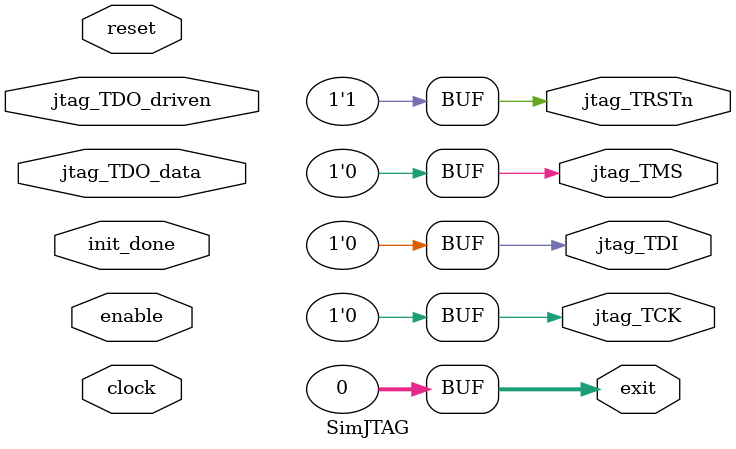
<source format=v>
`ifndef SYNTHESIS
import "DPI-C" function int jtag_tick
(
 output bit jtag_TCK,
 output bit jtag_TMS,
 output bit jtag_TDI,
 output bit jtag_TRSTn,

 input bit  jtag_TDO
);
`endif // SYNTHESIS

module SimJTAG #(
                 parameter TICK_DELAY = 50
                 )(

                   input         clock,
                   input         reset,

                   input         enable,
                   input         init_done,

                   output        jtag_TCK,
                   output        jtag_TMS,
                   output        jtag_TDI,
                   output        jtag_TRSTn,

                   input         jtag_TDO_data,
                   input         jtag_TDO_driven,

                   output [31:0] exit
                   );

`ifndef SYNTHESIS
   reg [31:0]                    tickCounterReg;
   wire [31:0]                   tickCounterNxt;

   assign tickCounterNxt = (tickCounterReg == 0) ? TICK_DELAY :  (tickCounterReg - 1);

   bit          r_reset;

`ifdef PALLADIUM
   logic [31:0] random_dummy = $random;
   wire [31:0]  random_bits;
   assign random_bits = random_dummy;
`else
   wire [31:0]  random_bits = $random;
`endif // PALLADIUM

   wire         #0.1 __jtag_TDO = jtag_TDO_driven ?
                jtag_TDO_data : random_bits[0];

   bit          __jtag_TCK;
   bit          __jtag_TMS;
   bit          __jtag_TDI;
   bit          __jtag_TRSTn;
   int          __exit;

   reg          init_done_sticky;

   assign #0.1 jtag_TCK   = __jtag_TCK;
   assign #0.1 jtag_TMS   = __jtag_TMS;
   assign #0.1 jtag_TDI   = __jtag_TDI;
   assign #0.1 jtag_TRSTn = __jtag_TRSTn;

   assign #0.1 exit = __exit;

   always @(posedge clock) begin
      r_reset <= reset;
      if (reset || r_reset) begin
         __exit = 0;
         tickCounterReg <= TICK_DELAY;
         init_done_sticky <= 1'b0;
         __jtag_TCK = !__jtag_TCK;
      end else begin
         init_done_sticky <= init_done | init_done_sticky;
         if (enable && init_done_sticky) begin
            tickCounterReg <= tickCounterNxt;
            if (tickCounterReg == 0) begin
               __exit = jtag_tick(
                                  __jtag_TCK,
                                  __jtag_TMS,
                                  __jtag_TDI,
                                  __jtag_TRSTn,
                                  __jtag_TDO);
            end
         end // if (enable && init_done_sticky)
      end // else: !if(reset || r_reset)
   end // always @ (posedge clock)
`else
   assign jtag_TCK   = 1'b0;
   assign jtag_TMS   = 1'b0;
   assign jtag_TDI   = 1'b0;
   assign jtag_TRSTn = 1'b1;
   assign exit       = 32'b0;
`endif // SYNTHESIS

endmodule

</source>
